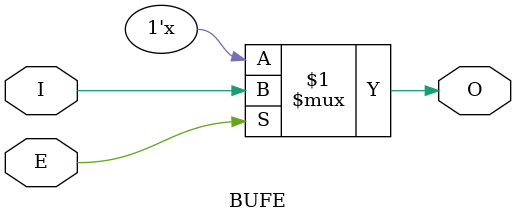
<source format=v>

`timescale  1 ps / 1 ps

`celldefine

module BUFE (O, I, E);


    output O;

    input  I, E;

	bufif1 T1 (O, I, E);

    specify
	(I *> O) = (0, 0);
	(E *> O) = (0, 0);
    endspecify

endmodule

`endcelldefine

</source>
